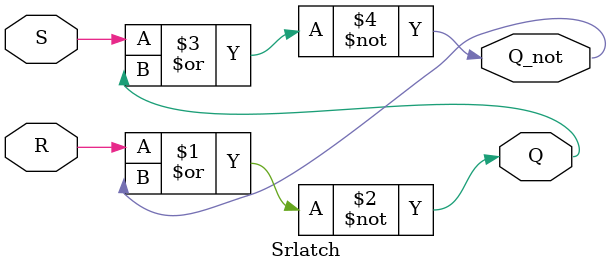
<source format=v>
`timescale 1ns / 1ps


module Srlatch(
    input wire S, R,
    output wire Q, Q_not);

    assign Q     = ~(R | Q_not);
    assign Q_not = ~(S | Q);
endmodule

</source>
